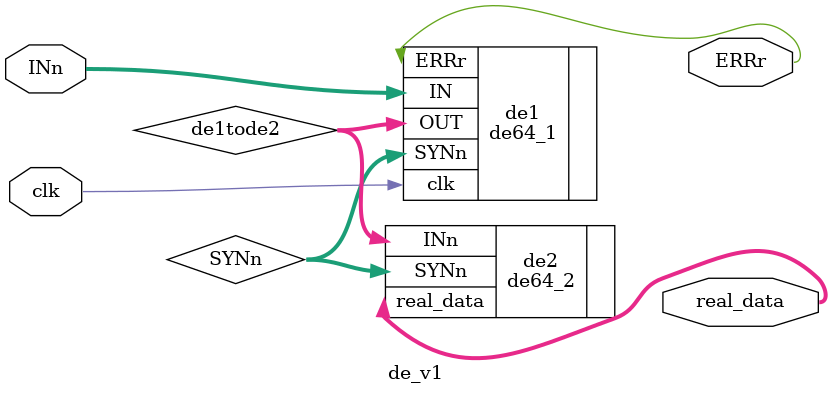
<source format=v>
`timescale 1ns / 100ps

module de_v1(
    //Iput
    INn,
    clk,

    //Output
   // SGLl,
   // DBLl,
    ERRr,
    real_data
    //wrong_real_data
);
////////////////////////////////////
input [71:0] INn;
input clk;

//output SGLl;
//output DBLl;
output ERRr;
output [63:0] real_data;
//output [63:0] wrong_real_data;
////////////////////////////////////

////////////////////////////////////
wire [71:0] de1tode2;
wire [7:0] SYNn;

////////////////////////////////////

de64_1 de1(
        // Inputs
        .IN   ( INn ),
        .clk  ( clk ),
        // Outputs
        .OUT  ( de1tode2 ),
        .SYNn ( SYNn ),
        //.SGLl ( SGLl ),
        //.DBLl ( DBLl )
        .ERRr(ERRr) 
        );

de64_2 de2(
        // Inputs
        .INn             ( de1tode2 ),
        .SYNn            ( SYNn ),
        // Outputs
        .real_data       ( real_data)
        //.wrong_real_data ( wrong_real_data ) 
        );

endmodule
</source>
